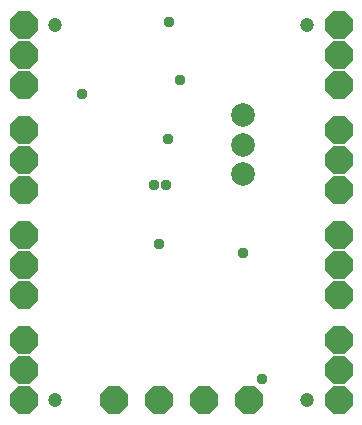
<source format=gbs>
G04 EAGLE Gerber X2 export*
%TF.Part,Single*%
%TF.FileFunction,Soldermask,Bot,1*%
%TF.FilePolarity,Negative*%
%TF.GenerationSoftware,Autodesk,EAGLE,8.7.0*%
%TF.CreationDate,2018-03-20T01:19:31Z*%
G75*
%MOMM*%
%FSLAX34Y34*%
%LPD*%
%AMOC8*
5,1,8,0,0,1.08239X$1,22.5*%
G01*
%ADD10C,1.203200*%
%ADD11P,2.556822X8X112.500000*%
%ADD12P,2.556822X8X292.500000*%
%ADD13P,2.556822X8X22.500000*%
%ADD14C,2.003200*%
%ADD15C,0.959600*%


D10*
X52070Y25400D03*
X265430Y25400D03*
X52070Y342900D03*
X265430Y342900D03*
D11*
X25400Y50800D03*
X25400Y139700D03*
X25400Y228600D03*
X25400Y317500D03*
D12*
X292100Y317500D03*
X292100Y228600D03*
X292100Y139700D03*
X292100Y50800D03*
D11*
X25400Y76200D03*
X25400Y165100D03*
X25400Y254000D03*
X25400Y342900D03*
D12*
X292100Y342900D03*
X292100Y254000D03*
X292100Y165100D03*
X292100Y76200D03*
D11*
X25400Y25400D03*
X25400Y114300D03*
X25400Y203200D03*
X25400Y292100D03*
D12*
X292100Y292100D03*
X292100Y203200D03*
X292100Y114300D03*
X292100Y25400D03*
D13*
X101600Y25400D03*
X139700Y25400D03*
X215900Y25400D03*
X177800Y25400D03*
D14*
X210820Y266300D03*
X210820Y241300D03*
X210820Y216300D03*
D15*
X210820Y149860D03*
X74930Y284480D03*
X146050Y207010D03*
X147320Y246380D03*
X227330Y43180D03*
X148590Y345440D03*
X139700Y157480D03*
X135890Y207010D03*
X157480Y295910D03*
M02*

</source>
